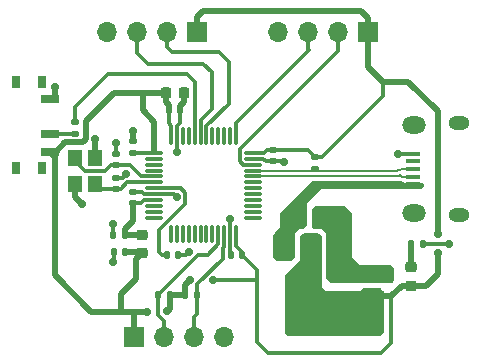
<source format=gbr>
%TF.GenerationSoftware,KiCad,Pcbnew,8.0.4*%
%TF.CreationDate,2024-08-10T16:36:54+03:00*%
%TF.ProjectId,KiCad_Course,4b694361-645f-4436-9f75-7273652e6b69,rev?*%
%TF.SameCoordinates,Original*%
%TF.FileFunction,Copper,L1,Top*%
%TF.FilePolarity,Positive*%
%FSLAX46Y46*%
G04 Gerber Fmt 4.6, Leading zero omitted, Abs format (unit mm)*
G04 Created by KiCad (PCBNEW 8.0.4) date 2024-08-10 16:36:54*
%MOMM*%
%LPD*%
G01*
G04 APERTURE LIST*
G04 Aperture macros list*
%AMRoundRect*
0 Rectangle with rounded corners*
0 $1 Rounding radius*
0 $2 $3 $4 $5 $6 $7 $8 $9 X,Y pos of 4 corners*
0 Add a 4 corners polygon primitive as box body*
4,1,4,$2,$3,$4,$5,$6,$7,$8,$9,$2,$3,0*
0 Add four circle primitives for the rounded corners*
1,1,$1+$1,$2,$3*
1,1,$1+$1,$4,$5*
1,1,$1+$1,$6,$7*
1,1,$1+$1,$8,$9*
0 Add four rect primitives between the rounded corners*
20,1,$1+$1,$2,$3,$4,$5,0*
20,1,$1+$1,$4,$5,$6,$7,0*
20,1,$1+$1,$6,$7,$8,$9,0*
20,1,$1+$1,$8,$9,$2,$3,0*%
G04 Aperture macros list end*
%TA.AperFunction,SMDPad,CuDef*%
%ADD10R,1.200000X1.400000*%
%TD*%
%TA.AperFunction,SMDPad,CuDef*%
%ADD11RoundRect,0.140000X0.140000X0.170000X-0.140000X0.170000X-0.140000X-0.170000X0.140000X-0.170000X0*%
%TD*%
%TA.AperFunction,SMDPad,CuDef*%
%ADD12RoundRect,0.075000X-0.662500X-0.075000X0.662500X-0.075000X0.662500X0.075000X-0.662500X0.075000X0*%
%TD*%
%TA.AperFunction,SMDPad,CuDef*%
%ADD13RoundRect,0.075000X-0.075000X-0.662500X0.075000X-0.662500X0.075000X0.662500X-0.075000X0.662500X0*%
%TD*%
%TA.AperFunction,SMDPad,CuDef*%
%ADD14RoundRect,0.225000X-0.225000X-0.250000X0.225000X-0.250000X0.225000X0.250000X-0.225000X0.250000X0*%
%TD*%
%TA.AperFunction,SMDPad,CuDef*%
%ADD15RoundRect,0.135000X0.135000X0.185000X-0.135000X0.185000X-0.135000X-0.185000X0.135000X-0.185000X0*%
%TD*%
%TA.AperFunction,SMDPad,CuDef*%
%ADD16RoundRect,0.140000X-0.140000X-0.170000X0.140000X-0.170000X0.140000X0.170000X-0.140000X0.170000X0*%
%TD*%
%TA.AperFunction,SMDPad,CuDef*%
%ADD17RoundRect,0.140000X0.170000X-0.140000X0.170000X0.140000X-0.170000X0.140000X-0.170000X-0.140000X0*%
%TD*%
%TA.AperFunction,SMDPad,CuDef*%
%ADD18RoundRect,0.250000X-0.250000X-0.475000X0.250000X-0.475000X0.250000X0.475000X-0.250000X0.475000X0*%
%TD*%
%TA.AperFunction,SMDPad,CuDef*%
%ADD19R,0.800000X1.000000*%
%TD*%
%TA.AperFunction,SMDPad,CuDef*%
%ADD20R,1.500000X0.700000*%
%TD*%
%TA.AperFunction,ComponentPad*%
%ADD21R,1.700000X1.700000*%
%TD*%
%TA.AperFunction,ComponentPad*%
%ADD22O,1.700000X1.700000*%
%TD*%
%TA.AperFunction,SMDPad,CuDef*%
%ADD23RoundRect,0.135000X-0.135000X-0.185000X0.135000X-0.185000X0.135000X0.185000X-0.135000X0.185000X0*%
%TD*%
%TA.AperFunction,SMDPad,CuDef*%
%ADD24RoundRect,0.135000X0.185000X-0.135000X0.185000X0.135000X-0.185000X0.135000X-0.185000X-0.135000X0*%
%TD*%
%TA.AperFunction,SMDPad,CuDef*%
%ADD25RoundRect,0.218750X-0.256250X0.218750X-0.256250X-0.218750X0.256250X-0.218750X0.256250X0.218750X0*%
%TD*%
%TA.AperFunction,SMDPad,CuDef*%
%ADD26RoundRect,0.140000X-0.170000X0.140000X-0.170000X-0.140000X0.170000X-0.140000X0.170000X0.140000X0*%
%TD*%
%TA.AperFunction,SMDPad,CuDef*%
%ADD27RoundRect,0.135000X-0.185000X0.135000X-0.185000X-0.135000X0.185000X-0.135000X0.185000X0.135000X0*%
%TD*%
%TA.AperFunction,SMDPad,CuDef*%
%ADD28RoundRect,0.250000X0.475000X-0.250000X0.475000X0.250000X-0.475000X0.250000X-0.475000X-0.250000X0*%
%TD*%
%TA.AperFunction,SMDPad,CuDef*%
%ADD29R,1.300000X0.450000*%
%TD*%
%TA.AperFunction,ComponentPad*%
%ADD30O,1.800000X1.150000*%
%TD*%
%TA.AperFunction,ComponentPad*%
%ADD31O,2.000000X1.450000*%
%TD*%
%TA.AperFunction,SMDPad,CuDef*%
%ADD32RoundRect,0.375000X-0.375000X0.625000X-0.375000X-0.625000X0.375000X-0.625000X0.375000X0.625000X0*%
%TD*%
%TA.AperFunction,SMDPad,CuDef*%
%ADD33RoundRect,0.500000X-1.400000X0.500000X-1.400000X-0.500000X1.400000X-0.500000X1.400000X0.500000X0*%
%TD*%
%TA.AperFunction,ViaPad*%
%ADD34C,0.700000*%
%TD*%
%TA.AperFunction,ViaPad*%
%ADD35C,0.800000*%
%TD*%
%TA.AperFunction,Conductor*%
%ADD36C,0.500000*%
%TD*%
%TA.AperFunction,Conductor*%
%ADD37C,0.300000*%
%TD*%
%TA.AperFunction,Conductor*%
%ADD38C,0.200000*%
%TD*%
G04 APERTURE END LIST*
D10*
%TO.P,Y1,1,1*%
%TO.N,/HSE_IN*%
X119000000Y-102430000D03*
%TO.P,Y1,2,2*%
%TO.N,GND*%
X119000000Y-104630000D03*
%TO.P,Y1,3,3*%
%TO.N,/HSE_OUT*%
X120700000Y-104630000D03*
%TO.P,Y1,4,4*%
%TO.N,GND*%
X120700000Y-102430000D03*
%TD*%
D11*
%TO.P,C7,1*%
%TO.N,+3.3VA*%
X123180000Y-108940000D03*
%TO.P,C7,2*%
%TO.N,GND*%
X122220000Y-108940000D03*
%TD*%
D12*
%TO.P,U2,1,VBAT*%
%TO.N,+3.3V*%
X125687500Y-101987500D03*
%TO.P,U2,2,PC13*%
%TO.N,unconnected-(U2-PC13-Pad2)*%
X125687500Y-102487500D03*
%TO.P,U2,3,PC14*%
%TO.N,unconnected-(U2-PC14-Pad3)*%
X125687500Y-102987500D03*
%TO.P,U2,4,PC15*%
%TO.N,unconnected-(U2-PC15-Pad4)*%
X125687500Y-103487500D03*
%TO.P,U2,5,PD0*%
%TO.N,/HSE_IN*%
X125687500Y-103987500D03*
%TO.P,U2,6,PD1*%
%TO.N,/HSE_OUT*%
X125687500Y-104487500D03*
%TO.P,U2,7,NRST*%
%TO.N,/NRST*%
X125687500Y-104987500D03*
%TO.P,U2,8,VSSA*%
%TO.N,GND*%
X125687500Y-105487500D03*
%TO.P,U2,9,VDDA*%
%TO.N,+3.3VA*%
X125687500Y-105987500D03*
%TO.P,U2,10,PA0*%
%TO.N,unconnected-(U2-PA0-Pad10)*%
X125687500Y-106487500D03*
%TO.P,U2,11,PA1*%
%TO.N,unconnected-(U2-PA1-Pad11)*%
X125687500Y-106987500D03*
%TO.P,U2,12,PA2*%
%TO.N,unconnected-(U2-PA2-Pad12)*%
X125687500Y-107487500D03*
D13*
%TO.P,U2,13,PA3*%
%TO.N,unconnected-(U2-PA3-Pad13)*%
X127100000Y-108900000D03*
%TO.P,U2,14,PA4*%
%TO.N,unconnected-(U2-PA4-Pad14)*%
X127600000Y-108900000D03*
%TO.P,U2,15,PA5*%
%TO.N,unconnected-(U2-PA5-Pad15)*%
X128100000Y-108900000D03*
%TO.P,U2,16,PA6*%
%TO.N,unconnected-(U2-PA6-Pad16)*%
X128600000Y-108900000D03*
%TO.P,U2,17,PA7*%
%TO.N,unconnected-(U2-PA7-Pad17)*%
X129100000Y-108900000D03*
%TO.P,U2,18,PB0*%
%TO.N,unconnected-(U2-PB0-Pad18)*%
X129600000Y-108900000D03*
%TO.P,U2,19,PB1*%
%TO.N,unconnected-(U2-PB1-Pad19)*%
X130100000Y-108900000D03*
%TO.P,U2,20,PB2*%
%TO.N,unconnected-(U2-PB2-Pad20)*%
X130600000Y-108900000D03*
%TO.P,U2,21,PB10*%
%TO.N,/I2C2_SCL*%
X131100000Y-108900000D03*
%TO.P,U2,22,PB11*%
%TO.N,/I2C2_SDA*%
X131600000Y-108900000D03*
%TO.P,U2,23,VSS*%
%TO.N,GND*%
X132100000Y-108900000D03*
%TO.P,U2,24,VDD*%
%TO.N,+3.3V*%
X132600000Y-108900000D03*
D12*
%TO.P,U2,25,PB12*%
%TO.N,unconnected-(U2-PB12-Pad25)*%
X134012500Y-107487500D03*
%TO.P,U2,26,PB13*%
%TO.N,unconnected-(U2-PB13-Pad26)*%
X134012500Y-106987500D03*
%TO.P,U2,27,PB14*%
%TO.N,unconnected-(U2-PB14-Pad27)*%
X134012500Y-106487500D03*
%TO.P,U2,28,PB15*%
%TO.N,unconnected-(U2-PB15-Pad28)*%
X134012500Y-105987500D03*
%TO.P,U2,29,PA8*%
%TO.N,unconnected-(U2-PA8-Pad29)*%
X134012500Y-105487500D03*
%TO.P,U2,30,PA9*%
%TO.N,unconnected-(U2-PA9-Pad30)*%
X134012500Y-104987500D03*
%TO.P,U2,31,PA10*%
%TO.N,unconnected-(U2-PA10-Pad31)*%
X134012500Y-104487500D03*
%TO.P,U2,32,PA11*%
%TO.N,/USB_D-*%
X134012500Y-103987500D03*
%TO.P,U2,33,PA12*%
%TO.N,/USB_D+*%
X134012500Y-103487500D03*
%TO.P,U2,34,PA13*%
%TO.N,/SWDIO*%
X134012500Y-102987500D03*
%TO.P,U2,35,VSS*%
%TO.N,GND*%
X134012500Y-102487500D03*
%TO.P,U2,36,VDD*%
%TO.N,+3.3V*%
X134012500Y-101987500D03*
D13*
%TO.P,U2,37,PA14*%
%TO.N,/SWCLK*%
X132600000Y-100575000D03*
%TO.P,U2,38,PA15*%
%TO.N,unconnected-(U2-PA15-Pad38)*%
X132100000Y-100575000D03*
%TO.P,U2,39,PB3*%
%TO.N,unconnected-(U2-PB3-Pad39)*%
X131600000Y-100575000D03*
%TO.P,U2,40,PB4*%
%TO.N,unconnected-(U2-PB4-Pad40)*%
X131100000Y-100575000D03*
%TO.P,U2,41,PB5*%
%TO.N,unconnected-(U2-PB5-Pad41)*%
X130600000Y-100575000D03*
%TO.P,U2,42,PB6*%
%TO.N,/USART1_TX*%
X130100000Y-100575000D03*
%TO.P,U2,43,PB7*%
%TO.N,/USART1_RX*%
X129600000Y-100575000D03*
%TO.P,U2,44,BOOT0*%
%TO.N,/BOOT0*%
X129100000Y-100575000D03*
%TO.P,U2,45,PB8*%
%TO.N,unconnected-(U2-PB8-Pad45)*%
X128600000Y-100575000D03*
%TO.P,U2,46,PB9*%
%TO.N,unconnected-(U2-PB9-Pad46)*%
X128100000Y-100575000D03*
%TO.P,U2,47,VSS*%
%TO.N,GND*%
X127600000Y-100575000D03*
%TO.P,U2,48,VDD*%
%TO.N,+3.3V*%
X127100000Y-100575000D03*
%TD*%
D14*
%TO.P,C1,1*%
%TO.N,+3.3V*%
X126650000Y-96900000D03*
%TO.P,C1,2*%
%TO.N,GND*%
X128200000Y-96900000D03*
%TD*%
D11*
%TO.P,C8,1*%
%TO.N,+3.3V*%
X123200000Y-110350000D03*
%TO.P,C8,2*%
%TO.N,GND*%
X122240000Y-110350000D03*
%TD*%
D15*
%TO.P,R1,1*%
%TO.N,GND*%
X148400000Y-109700000D03*
%TO.P,R1,2*%
%TO.N,/PWR_LED_K*%
X147380000Y-109700000D03*
%TD*%
D16*
%TO.P,C5,1*%
%TO.N,+3.3V*%
X126900000Y-98400000D03*
%TO.P,C5,2*%
%TO.N,GND*%
X127860000Y-98400000D03*
%TD*%
D17*
%TO.P,C2,1*%
%TO.N,+3.3V*%
X123900000Y-101980000D03*
%TO.P,C2,2*%
%TO.N,GND*%
X123900000Y-101020000D03*
%TD*%
D18*
%TO.P,C9,1*%
%TO.N,VBUS*%
X137950000Y-107450000D03*
%TO.P,C9,2*%
%TO.N,GND*%
X139850000Y-107450000D03*
%TD*%
D19*
%TO.P,SW1,*%
%TO.N,*%
X116200000Y-96000000D03*
X113990000Y-96000000D03*
X116200000Y-103300000D03*
X113990000Y-103300000D03*
D20*
%TO.P,SW1,1,A*%
%TO.N,GND*%
X116850000Y-97400000D03*
%TO.P,SW1,2,B*%
%TO.N,/SW_BOOT0*%
X116850000Y-100400000D03*
%TO.P,SW1,3,C*%
%TO.N,+3.3V*%
X116850000Y-101900000D03*
%TD*%
D21*
%TO.P,J2,1,Pin_1*%
%TO.N,+3.3V*%
X143800000Y-91750000D03*
D22*
%TO.P,J2,2,Pin_2*%
%TO.N,/SWDIO*%
X141260000Y-91750000D03*
%TO.P,J2,3,Pin_3*%
%TO.N,/SWCLK*%
X138720000Y-91750000D03*
%TO.P,J2,4,Pin_4*%
%TO.N,GND*%
X136180000Y-91750000D03*
%TD*%
D15*
%TO.P,R5,1*%
%TO.N,/I2C2_SDA*%
X129320000Y-114000000D03*
%TO.P,R5,2*%
%TO.N,+3.3V*%
X128300000Y-114000000D03*
%TD*%
D23*
%TO.P,R4,1*%
%TO.N,/I2C2_SCL*%
X126000000Y-114000000D03*
%TO.P,R4,2*%
%TO.N,+3.3V*%
X127020000Y-114000000D03*
%TD*%
D24*
%TO.P,R2,1*%
%TO.N,/SW_BOOT0*%
X119000000Y-100370000D03*
%TO.P,R2,2*%
%TO.N,/BOOT0*%
X119000000Y-99350000D03*
%TD*%
D25*
%TO.P,D1,1,K*%
%TO.N,/PWR_LED_K*%
X147400000Y-111650000D03*
%TO.P,D1,2,A*%
%TO.N,+3.3V*%
X147400000Y-113225000D03*
%TD*%
%TO.P,FB1,1*%
%TO.N,+3.3VA*%
X124650000Y-108912500D03*
%TO.P,FB1,2*%
%TO.N,+3.3V*%
X124650000Y-110487500D03*
%TD*%
D26*
%TO.P,C4,1*%
%TO.N,+3.3V*%
X135750000Y-101750000D03*
%TO.P,C4,2*%
%TO.N,GND*%
X135750000Y-102710000D03*
%TD*%
D27*
%TO.P,R3,1*%
%TO.N,+3.3V*%
X139250000Y-102330000D03*
%TO.P,R3,2*%
%TO.N,/USB_D+*%
X139250000Y-103350000D03*
%TD*%
D17*
%TO.P,C6,1*%
%TO.N,+3.3VA*%
X123850000Y-106260000D03*
%TO.P,C6,2*%
%TO.N,GND*%
X123850000Y-105300000D03*
%TD*%
%TO.P,C12,1*%
%TO.N,/HSE_IN*%
X122400000Y-103010000D03*
%TO.P,C12,2*%
%TO.N,GND*%
X122400000Y-102050000D03*
%TD*%
D16*
%TO.P,C11,1*%
%TO.N,/NRST*%
X126770000Y-110650000D03*
%TO.P,C11,2*%
%TO.N,GND*%
X127730000Y-110650000D03*
%TD*%
D21*
%TO.P,J4,1,Pin_1*%
%TO.N,+3.3V*%
X123970000Y-117600000D03*
D22*
%TO.P,J4,2,Pin_2*%
%TO.N,/I2C2_SCL*%
X126510000Y-117600000D03*
%TO.P,J4,3,Pin_3*%
%TO.N,/I2C2_SDA*%
X129050000Y-117600000D03*
%TO.P,J4,4,Pin_4*%
%TO.N,GND*%
X131590000Y-117600000D03*
%TD*%
D28*
%TO.P,C10,1*%
%TO.N,+3.3V*%
X144100000Y-114150000D03*
%TO.P,C10,2*%
%TO.N,GND*%
X144100000Y-112250000D03*
%TD*%
D29*
%TO.P,J1,1,VBUS*%
%TO.N,VBUS*%
X147600000Y-104650000D03*
%TO.P,J1,2,D-*%
%TO.N,/USB_D-*%
X147600000Y-104000000D03*
%TO.P,J1,3,D+*%
%TO.N,/USB_D+*%
X147600000Y-103350000D03*
%TO.P,J1,4,ID*%
%TO.N,unconnected-(J1-ID-Pad4)*%
X147600000Y-102700000D03*
%TO.P,J1,5,GND*%
%TO.N,GND*%
X147600000Y-102050000D03*
D30*
%TO.P,J1,6,Shield*%
%TO.N,unconnected-(J1-Shield-Pad6)*%
X151450000Y-107225000D03*
D31*
%TO.N,unconnected-(J1-Shield-Pad6)_2*%
X147650000Y-107075000D03*
%TO.N,unconnected-(J1-Shield-Pad6)_1*%
X147650000Y-99625000D03*
D30*
%TO.N,unconnected-(J1-Shield-Pad6)_3*%
X151450000Y-99475000D03*
%TD*%
D11*
%TO.P,C3,1*%
%TO.N,+3.3V*%
X133110000Y-110650000D03*
%TO.P,C3,2*%
%TO.N,GND*%
X132150000Y-110650000D03*
%TD*%
D17*
%TO.P,C13,1*%
%TO.N,/HSE_OUT*%
X122400000Y-105040000D03*
%TO.P,C13,2*%
%TO.N,GND*%
X122400000Y-104080000D03*
%TD*%
D32*
%TO.P,U1,1,GND*%
%TO.N,GND*%
X141250000Y-109950000D03*
%TO.P,U1,2,VO*%
%TO.N,+3.3V*%
X138950000Y-109950000D03*
D33*
X138950000Y-116250000D03*
D32*
%TO.P,U1,3,VI*%
%TO.N,VBUS*%
X136650000Y-109950000D03*
%TD*%
D21*
%TO.P,J3,1,Pin_1*%
%TO.N,+3.3V*%
X129330000Y-91750000D03*
D22*
%TO.P,J3,2,Pin_2*%
%TO.N,/USART1_TX*%
X126790000Y-91750000D03*
%TO.P,J3,3,Pin_3*%
%TO.N,/USART1_RX*%
X124250000Y-91750000D03*
%TO.P,J3,4,Pin_4*%
%TO.N,GND*%
X121710000Y-91750000D03*
%TD*%
D34*
%TO.N,+3.3V*%
X149700000Y-110450000D03*
X128703669Y-112798130D03*
X125050000Y-115450000D03*
X149700000Y-108900000D03*
X126800000Y-115400000D03*
X130669975Y-112769975D03*
%TO.N,GND*%
X146350000Y-102050000D03*
X136650000Y-102750000D03*
X132100000Y-107600000D03*
D35*
X141850000Y-111600000D03*
X145400000Y-112250000D03*
X141200000Y-107100000D03*
X140800000Y-111650000D03*
D34*
X127600000Y-101900000D03*
X150650000Y-109700000D03*
X127600000Y-105700000D03*
X123900000Y-100150000D03*
X122200000Y-111250000D03*
X117300000Y-96450000D03*
X122200000Y-108040000D03*
X122400000Y-101150000D03*
D35*
X141200000Y-108000000D03*
D34*
X128605025Y-110405025D03*
X120700000Y-100800000D03*
X123285037Y-103799202D03*
X119600000Y-106300000D03*
%TD*%
D36*
%TO.N,+3.3V*%
X124150000Y-110987500D02*
X124150000Y-112650000D01*
X117250000Y-112350000D02*
X117250000Y-102300000D01*
D37*
X132600000Y-108900000D02*
X132600000Y-109900000D01*
X135750000Y-101750000D02*
X138670000Y-101750000D01*
D36*
X119900000Y-100800000D02*
X119900000Y-99300000D01*
D37*
X125680000Y-101980000D02*
X125687500Y-101987500D01*
X134400000Y-112950000D02*
X134400000Y-118000000D01*
D36*
X119900000Y-99300000D02*
X122300000Y-96900000D01*
D37*
X134400000Y-112750000D02*
X134400000Y-112950000D01*
X134400000Y-118000000D02*
X135300000Y-118900000D01*
X132600000Y-109900000D02*
X133110000Y-110410000D01*
X135250000Y-101750000D02*
X135750000Y-101750000D01*
D36*
X124650000Y-110487500D02*
X124150000Y-110987500D01*
D37*
X130689950Y-112750000D02*
X130669975Y-112769975D01*
X134012500Y-101987500D02*
X134987500Y-101987500D01*
X145700000Y-118050000D02*
X145700000Y-114150000D01*
D36*
X143800000Y-91750000D02*
X143800000Y-90600000D01*
D37*
X134400000Y-111950000D02*
X134400000Y-112750000D01*
D36*
X124700000Y-98400000D02*
X125687500Y-99387500D01*
X123950000Y-115450000D02*
X122900000Y-115450000D01*
X123200000Y-110350000D02*
X124512500Y-110350000D01*
X147200000Y-95950000D02*
X145050000Y-95950000D01*
D37*
X134987500Y-101987500D02*
X135000000Y-102000000D01*
X135000000Y-102000000D02*
X135250000Y-101750000D01*
D36*
X124700000Y-96900000D02*
X126650000Y-96900000D01*
D37*
X133110000Y-110650000D02*
X133110000Y-110660000D01*
D36*
X143200000Y-90000000D02*
X129850000Y-90000000D01*
X128300000Y-114000000D02*
X127020000Y-114000000D01*
D37*
X133110000Y-110410000D02*
X133110000Y-110650000D01*
D36*
X122900000Y-113900000D02*
X122900000Y-115450000D01*
X123970000Y-117600000D02*
X123970000Y-115470000D01*
X117250000Y-102300000D02*
X116850000Y-101900000D01*
D37*
X134400000Y-112750000D02*
X130689950Y-112750000D01*
D36*
X149700000Y-98450000D02*
X147200000Y-95950000D01*
X149700000Y-108900000D02*
X149700000Y-98450000D01*
X143800000Y-94700000D02*
X143800000Y-91750000D01*
D37*
X138670000Y-101750000D02*
X139250000Y-102330000D01*
X123900000Y-101980000D02*
X125680000Y-101980000D01*
D36*
X149700000Y-112250000D02*
X149700000Y-110450000D01*
D37*
X133110000Y-110660000D02*
X134400000Y-111950000D01*
X139250000Y-102330000D02*
X139920000Y-102330000D01*
X145050000Y-97200000D02*
X145050000Y-95950000D01*
D36*
X129330000Y-90520000D02*
X129330000Y-91750000D01*
X128300000Y-113201799D02*
X128703669Y-112798130D01*
X147400000Y-113225000D02*
X146625000Y-113225000D01*
X125687500Y-99387500D02*
X125687500Y-101887500D01*
X146625000Y-113225000D02*
X145700000Y-114150000D01*
X120350000Y-115450000D02*
X117250000Y-112350000D01*
X125050000Y-115450000D02*
X123950000Y-115450000D01*
X127020000Y-115180000D02*
X126800000Y-115400000D01*
X117350000Y-101900000D02*
X118160000Y-101090000D01*
X145050000Y-95950000D02*
X143800000Y-94700000D01*
D37*
X127100000Y-99700000D02*
X126900000Y-99500000D01*
D36*
X143800000Y-90600000D02*
X143200000Y-90000000D01*
X118160000Y-101090000D02*
X119610000Y-101090000D01*
X124150000Y-112650000D02*
X122900000Y-113900000D01*
X145700000Y-114150000D02*
X144100000Y-114150000D01*
X119610000Y-101090000D02*
X119900000Y-100800000D01*
D37*
X139920000Y-102330000D02*
X145050000Y-97200000D01*
D36*
X148725000Y-113225000D02*
X149700000Y-112250000D01*
X126650000Y-96900000D02*
X126650000Y-97650000D01*
X124700000Y-96900000D02*
X124700000Y-98400000D01*
X123970000Y-115470000D02*
X123950000Y-115450000D01*
X124512500Y-110350000D02*
X124650000Y-110487500D01*
D37*
X135300000Y-118900000D02*
X144850000Y-118900000D01*
D36*
X127020000Y-114000000D02*
X127020000Y-115180000D01*
X129850000Y-90000000D02*
X129330000Y-90520000D01*
X122900000Y-115450000D02*
X120350000Y-115450000D01*
D37*
X126900000Y-99500000D02*
X126900000Y-98400000D01*
D36*
X116850000Y-101900000D02*
X117350000Y-101900000D01*
X122300000Y-96900000D02*
X124700000Y-96900000D01*
X126900000Y-97900000D02*
X126900000Y-98400000D01*
D37*
X144850000Y-118900000D02*
X145700000Y-118050000D01*
D36*
X147400000Y-113225000D02*
X148725000Y-113225000D01*
X128300000Y-114000000D02*
X128300000Y-113201799D01*
D37*
X127100000Y-100575000D02*
X127100000Y-99700000D01*
D36*
X126650000Y-97650000D02*
X126900000Y-97900000D01*
D37*
%TO.N,GND*%
X134887500Y-102487500D02*
X135110000Y-102710000D01*
D36*
X117300000Y-97200000D02*
X117100000Y-97400000D01*
D37*
X127850000Y-99500000D02*
X127860000Y-99490000D01*
D36*
X123900000Y-101020000D02*
X123900000Y-100150000D01*
D37*
X136610000Y-102710000D02*
X136650000Y-102750000D01*
X127600000Y-100575000D02*
X127600000Y-99734380D01*
X122240000Y-111210000D02*
X122200000Y-111250000D01*
X132100000Y-108900000D02*
X132100000Y-110600000D01*
X127860000Y-99490000D02*
X127860000Y-98400000D01*
X122400000Y-102050000D02*
X122400000Y-101150000D01*
X124846880Y-105487500D02*
X125687500Y-105487500D01*
D36*
X120700000Y-102430000D02*
X120700000Y-100800000D01*
D37*
X147600000Y-102050000D02*
X146350000Y-102050000D01*
X135750000Y-102710000D02*
X136610000Y-102710000D01*
X122400000Y-104080000D02*
X123004239Y-104080000D01*
X127834380Y-99500000D02*
X127850000Y-99500000D01*
X135110000Y-102710000D02*
X135750000Y-102710000D01*
D36*
X127850000Y-98000000D02*
X127860000Y-98010000D01*
D37*
X125687500Y-105487500D02*
X127387500Y-105487500D01*
X117350000Y-96500000D02*
X117300000Y-96450000D01*
X127600000Y-99734380D02*
X127834380Y-99500000D01*
D36*
X119000000Y-105700000D02*
X119600000Y-106300000D01*
X128200000Y-97650000D02*
X127850000Y-98000000D01*
D37*
X148400000Y-109700000D02*
X150650000Y-109700000D01*
D36*
X128200000Y-96900000D02*
X128200000Y-97650000D01*
D37*
X122240000Y-110350000D02*
X122240000Y-111210000D01*
X127730000Y-110650000D02*
X128360050Y-110650000D01*
X134012500Y-102487500D02*
X134887500Y-102487500D01*
X128360050Y-110650000D02*
X128605025Y-110405025D01*
X127600000Y-100575000D02*
X127600000Y-101900000D01*
X124659380Y-105300000D02*
X124846880Y-105487500D01*
X132100000Y-110600000D02*
X132150000Y-110650000D01*
D36*
X117300000Y-97200000D02*
X117300000Y-96450000D01*
D37*
X132100000Y-108900000D02*
X132100000Y-107600000D01*
X123850000Y-105300000D02*
X124659380Y-105300000D01*
X122220000Y-108060000D02*
X122200000Y-108040000D01*
X123004239Y-104080000D02*
X123285037Y-103799202D01*
X127387500Y-105487500D02*
X127600000Y-105700000D01*
X122220000Y-108940000D02*
X122220000Y-108060000D01*
D36*
X127860000Y-98010000D02*
X127860000Y-98400000D01*
X116850000Y-97400000D02*
X117100000Y-97400000D01*
X119000000Y-104630000D02*
X119000000Y-105700000D01*
D37*
%TO.N,+3.3VA*%
X124846880Y-105987500D02*
X125687500Y-105987500D01*
D36*
X123180000Y-108940000D02*
X124622500Y-108940000D01*
X123850000Y-107750000D02*
X123850000Y-106260000D01*
X123180000Y-108940000D02*
X123180000Y-108420000D01*
D37*
X124574380Y-106260000D02*
X124846880Y-105987500D01*
D36*
X124622500Y-108940000D02*
X124650000Y-108912500D01*
D37*
X123850000Y-106260000D02*
X124574380Y-106260000D01*
D36*
X123180000Y-108420000D02*
X123850000Y-107750000D01*
D37*
%TO.N,/NRST*%
X126050000Y-110400000D02*
X126050000Y-108550000D01*
X127937500Y-104987500D02*
X125687500Y-104987500D01*
X128300000Y-106300000D02*
X128300000Y-105350000D01*
X126300000Y-110650000D02*
X126050000Y-110400000D01*
X128300000Y-105350000D02*
X127937500Y-104987500D01*
X126050000Y-108550000D02*
X128300000Y-106300000D01*
X126770000Y-110650000D02*
X126300000Y-110650000D01*
%TO.N,/HSE_IN*%
X122400000Y-103010000D02*
X122040000Y-103010000D01*
X122040000Y-103010000D02*
X121550000Y-103500000D01*
X121550000Y-103500000D02*
X119850000Y-103500000D01*
X125687500Y-103987500D02*
X124587500Y-103987500D01*
X119850000Y-103500000D02*
X119000000Y-102650000D01*
X124587500Y-103987500D02*
X123610000Y-103010000D01*
X119000000Y-102650000D02*
X119000000Y-102430000D01*
X123610000Y-103010000D02*
X122400000Y-103010000D01*
%TO.N,/HSE_OUT*%
X122840000Y-105040000D02*
X122400000Y-105040000D01*
X122850000Y-105050000D02*
X122840000Y-105040000D01*
X125687500Y-104487500D02*
X123412500Y-104487500D01*
X122400000Y-105040000D02*
X121110000Y-105040000D01*
X123412500Y-104487500D02*
X122850000Y-105050000D01*
X121110000Y-105040000D02*
X120700000Y-104630000D01*
D36*
%TO.N,/PWR_LED_K*%
X147400000Y-111650000D02*
X147400000Y-109720000D01*
X147400000Y-109720000D02*
X147380000Y-109700000D01*
D38*
%TO.N,/USB_D+*%
X146524999Y-103450000D02*
X146624999Y-103350000D01*
X135118751Y-103487500D02*
X135143751Y-103512500D01*
X146624999Y-103350000D02*
X147600000Y-103350000D01*
X135143751Y-103512500D02*
X146200000Y-103512500D01*
X146262500Y-103450000D02*
X146524999Y-103450000D01*
X134012500Y-103487500D02*
X135118751Y-103487500D01*
X146200000Y-103512500D02*
X146262500Y-103450000D01*
%TO.N,/USB_D-*%
X146524999Y-103900000D02*
X146624999Y-104000000D01*
X135143751Y-103962500D02*
X146372206Y-103962500D01*
X146372206Y-103962500D02*
X146434706Y-103900000D01*
X146434706Y-103900000D02*
X146524999Y-103900000D01*
X134012500Y-103987500D02*
X135118751Y-103987500D01*
X135118751Y-103987500D02*
X135143751Y-103962500D01*
X146624999Y-104000000D02*
X147600000Y-104000000D01*
D37*
%TO.N,/SWDIO*%
X133171880Y-102987500D02*
X132900000Y-102715620D01*
X132900000Y-101700000D02*
X141260000Y-93340000D01*
X141260000Y-93340000D02*
X141260000Y-91750000D01*
X134012500Y-102987500D02*
X133171880Y-102987500D01*
X132900000Y-102715620D02*
X132900000Y-101700000D01*
%TO.N,/SWCLK*%
X138750000Y-93300000D02*
X132600000Y-99450000D01*
X132600000Y-99450000D02*
X132600000Y-100575000D01*
X138720000Y-91750000D02*
X138720000Y-93270000D01*
X138720000Y-93270000D02*
X138750000Y-93300000D01*
%TO.N,/USART1_RX*%
X130550000Y-95150000D02*
X130550000Y-98250000D01*
X129850000Y-94450000D02*
X130550000Y-95150000D01*
X125150000Y-94450000D02*
X129850000Y-94450000D01*
X130550000Y-98250000D02*
X129600000Y-99200000D01*
X129600000Y-99200000D02*
X129600000Y-100575000D01*
X124250000Y-93550000D02*
X125150000Y-94450000D01*
X124250000Y-91750000D02*
X124250000Y-93550000D01*
%TO.N,/USART1_TX*%
X126790000Y-93040000D02*
X126790000Y-91750000D01*
X132000000Y-97834380D02*
X132000000Y-94300000D01*
X132000000Y-94300000D02*
X131150000Y-93450000D01*
X130100000Y-100575000D02*
X130100000Y-99734380D01*
X127200000Y-93450000D02*
X126790000Y-93040000D01*
X130100000Y-99734380D02*
X132000000Y-97834380D01*
X131150000Y-93450000D02*
X127200000Y-93450000D01*
%TO.N,/I2C2_SCL*%
X126000000Y-115750000D02*
X126510000Y-116260000D01*
X130242893Y-110600000D02*
X129400000Y-110600000D01*
X126510000Y-116260000D02*
X126510000Y-117600000D01*
X129400000Y-110600000D02*
X126000000Y-114000000D01*
X126000000Y-114000000D02*
X126000000Y-115750000D01*
X131100000Y-109742893D02*
X130242893Y-110600000D01*
X131100000Y-108900000D02*
X131100000Y-109742893D01*
%TO.N,/I2C2_SDA*%
X129050000Y-115900000D02*
X129050000Y-117600000D01*
X129320000Y-113130000D02*
X131500000Y-110950000D01*
X131500000Y-110950000D02*
X131500000Y-110050000D01*
X129320000Y-114000000D02*
X129320000Y-113130000D01*
X129320000Y-115630000D02*
X129050000Y-115900000D01*
X129320000Y-114000000D02*
X129320000Y-115630000D01*
X131500000Y-110050000D02*
X131600000Y-109950000D01*
X131600000Y-109950000D02*
X131600000Y-108900000D01*
%TO.N,/SW_BOOT0*%
X116880000Y-100370000D02*
X116850000Y-100400000D01*
X119000000Y-100370000D02*
X116880000Y-100370000D01*
%TO.N,/BOOT0*%
X119000000Y-98100000D02*
X121800000Y-95300000D01*
X121800000Y-95300000D02*
X128450000Y-95300000D01*
X129100000Y-100575000D02*
X129100000Y-95950000D01*
X119000000Y-99350000D02*
X119000000Y-98100000D01*
X129100000Y-95950000D02*
X128450000Y-95300000D01*
%TD*%
%TA.AperFunction,Conductor*%
%TO.N,VBUS*%
G36*
X146462524Y-104371238D02*
G01*
X146462561Y-104371103D01*
X146464628Y-104371657D01*
X146468555Y-104372438D01*
X146470408Y-104373205D01*
X146470412Y-104373207D01*
X146572272Y-104400500D01*
X146649167Y-104400500D01*
X146716206Y-104420185D01*
X146736848Y-104436819D01*
X146777235Y-104477206D01*
X146880009Y-104522585D01*
X146905135Y-104525500D01*
X148294864Y-104525499D01*
X148294879Y-104525497D01*
X148294882Y-104525497D01*
X148319987Y-104522586D01*
X148319987Y-104522585D01*
X148319991Y-104522585D01*
X148325913Y-104519969D01*
X148395192Y-104510898D01*
X148458377Y-104540721D01*
X148495408Y-104599971D01*
X148500000Y-104633404D01*
X148500000Y-104808666D01*
X148480315Y-104875705D01*
X148475200Y-104883066D01*
X148387200Y-105000400D01*
X148331229Y-105042221D01*
X148288000Y-105050000D01*
X139849999Y-105050000D01*
X138650000Y-106249999D01*
X138650000Y-108048638D01*
X138630315Y-108115677D01*
X138613681Y-108136319D01*
X138386319Y-108363681D01*
X138324996Y-108397166D01*
X138298638Y-108400000D01*
X137949999Y-108400000D01*
X137600000Y-108749999D01*
X137600000Y-110748638D01*
X137580315Y-110815677D01*
X137563681Y-110836319D01*
X137286319Y-111113681D01*
X137224996Y-111147166D01*
X137198638Y-111150000D01*
X136151362Y-111150000D01*
X136084323Y-111130315D01*
X136063681Y-111113681D01*
X135736319Y-110786319D01*
X135702834Y-110724996D01*
X135700000Y-110698638D01*
X135700000Y-109001362D01*
X135719685Y-108934323D01*
X135736319Y-108913681D01*
X135900001Y-108749999D01*
X136350000Y-108300000D01*
X136350000Y-107101362D01*
X136369685Y-107034323D01*
X136386319Y-107013681D01*
X139000681Y-104399319D01*
X139062004Y-104365834D01*
X139088362Y-104363000D01*
X146421105Y-104363000D01*
X146462524Y-104371238D01*
G37*
%TD.AperFunction*%
%TD*%
%TA.AperFunction,Conductor*%
%TO.N,+3.3V*%
G36*
X139615677Y-108819685D02*
G01*
X139636319Y-108836319D01*
X139863681Y-109063681D01*
X139897166Y-109125004D01*
X139900000Y-109151362D01*
X139900000Y-113350000D01*
X140250000Y-113700000D01*
X143100000Y-113700000D01*
X143313681Y-113486319D01*
X143375004Y-113452834D01*
X143401362Y-113450000D01*
X144798638Y-113450000D01*
X144865677Y-113469685D01*
X144886319Y-113486319D01*
X145063681Y-113663681D01*
X145097166Y-113725004D01*
X145100000Y-113751362D01*
X145100000Y-117148638D01*
X145080315Y-117215677D01*
X145063681Y-117236319D01*
X144836319Y-117463681D01*
X144774996Y-117497166D01*
X144748638Y-117500000D01*
X137101362Y-117500000D01*
X137034323Y-117480315D01*
X137013681Y-117463681D01*
X136786319Y-117236319D01*
X136752834Y-117174996D01*
X136750000Y-117148638D01*
X136750000Y-112451362D01*
X136769685Y-112384323D01*
X136786319Y-112363681D01*
X138000000Y-111150000D01*
X138000000Y-109151362D01*
X138019685Y-109084323D01*
X138036319Y-109063681D01*
X138263681Y-108836319D01*
X138325004Y-108802834D01*
X138351362Y-108800000D01*
X139548638Y-108800000D01*
X139615677Y-108819685D01*
G37*
%TD.AperFunction*%
%TD*%
%TA.AperFunction,Conductor*%
%TO.N,GND*%
G36*
X141815677Y-106469685D02*
G01*
X141836319Y-106486319D01*
X142363681Y-107013681D01*
X142397166Y-107075004D01*
X142400000Y-107101362D01*
X142400000Y-110850000D01*
X143050000Y-111500000D01*
X145698638Y-111500000D01*
X145765677Y-111519685D01*
X145786319Y-111536319D01*
X145913681Y-111663681D01*
X145947166Y-111725004D01*
X145950000Y-111751362D01*
X145950000Y-112798638D01*
X145930315Y-112865677D01*
X145913681Y-112886319D01*
X145786319Y-113013681D01*
X145724996Y-113047166D01*
X145698638Y-113050000D01*
X140701362Y-113050000D01*
X140634323Y-113030315D01*
X140613681Y-113013681D01*
X140241819Y-112641819D01*
X140208334Y-112580496D01*
X140205500Y-112554138D01*
X140205500Y-109151361D01*
X140205390Y-109149320D01*
X140203749Y-109118703D01*
X140200915Y-109092345D01*
X140200870Y-109091971D01*
X140200864Y-109091875D01*
X140200839Y-109091635D01*
X140200850Y-109091633D01*
X140200000Y-109077304D01*
X140200000Y-108800000D01*
X139850000Y-108450000D01*
X139301362Y-108450000D01*
X139234323Y-108430315D01*
X139213681Y-108413681D01*
X139036319Y-108236319D01*
X139002834Y-108174996D01*
X139000000Y-108148638D01*
X139000000Y-106851362D01*
X139019685Y-106784323D01*
X139036319Y-106763681D01*
X139313681Y-106486319D01*
X139375004Y-106452834D01*
X139401362Y-106450000D01*
X141748638Y-106450000D01*
X141815677Y-106469685D01*
G37*
%TD.AperFunction*%
%TD*%
M02*

</source>
